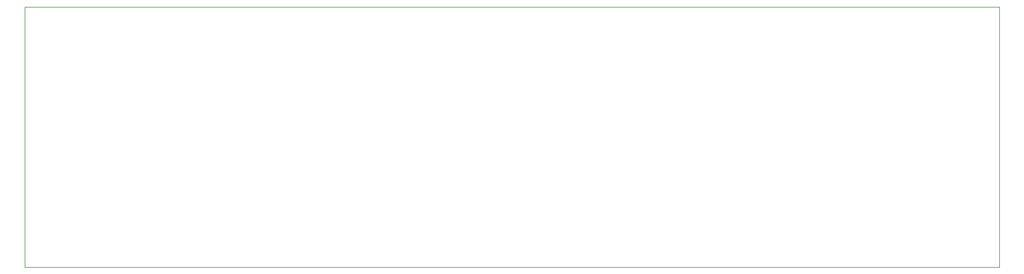
<source format=gm1>
G04 #@! TF.GenerationSoftware,KiCad,Pcbnew,7.0.10*
G04 #@! TF.CreationDate,2025-02-28T21:12:07-05:00*
G04 #@! TF.ProjectId,SDP25_MainPCB_V2,53445032-355f-44d6-9169-6e5043425f56,2.1*
G04 #@! TF.SameCoordinates,Original*
G04 #@! TF.FileFunction,Profile,NP*
%FSLAX46Y46*%
G04 Gerber Fmt 4.6, Leading zero omitted, Abs format (unit mm)*
G04 Created by KiCad (PCBNEW 7.0.10) date 2025-02-28 21:12:07*
%MOMM*%
%LPD*%
G01*
G04 APERTURE LIST*
G04 #@! TA.AperFunction,Profile*
%ADD10C,0.100000*%
G04 #@! TD*
G04 APERTURE END LIST*
D10*
X91948000Y-65278000D02*
X235458000Y-65278000D01*
X235458000Y-103632000D01*
X91948000Y-103632000D01*
X91948000Y-65278000D01*
M02*

</source>
